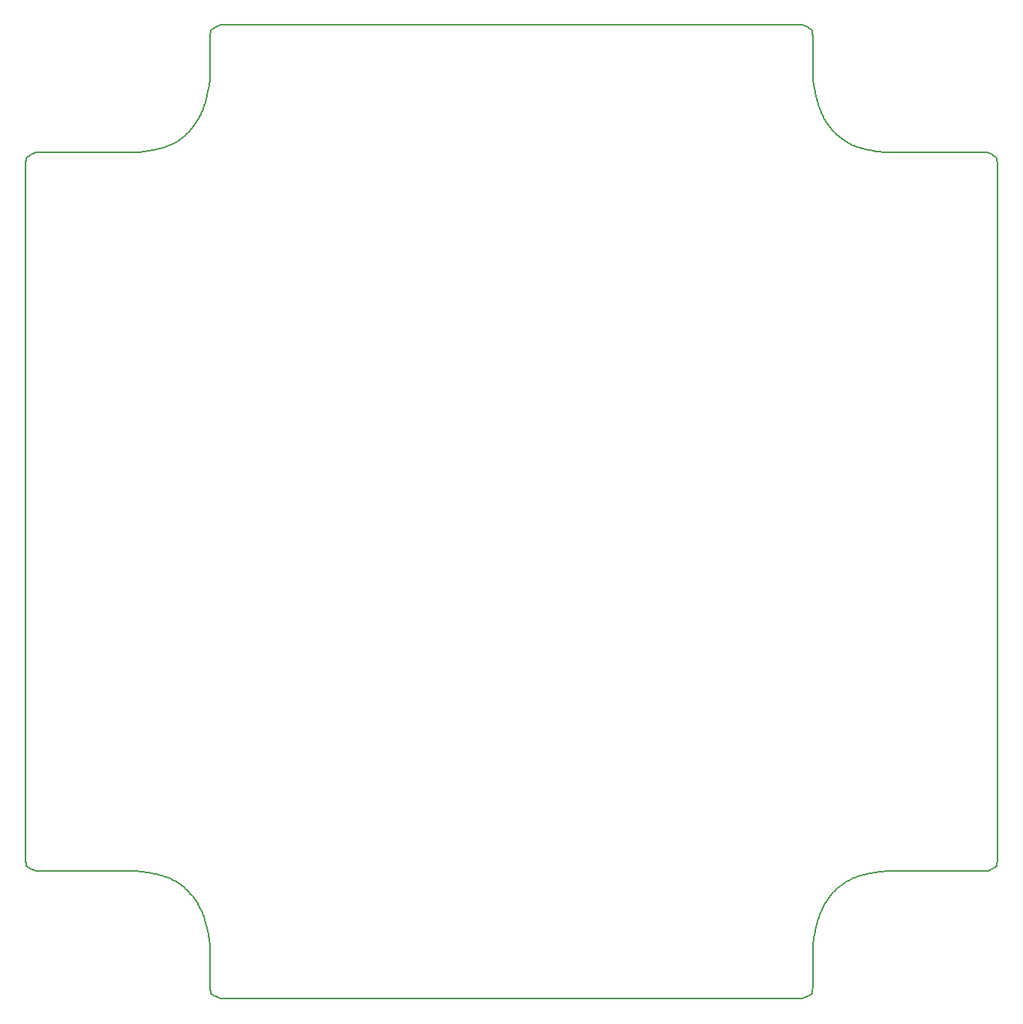
<source format=gbr>
G04 #@! TF.GenerationSoftware,KiCad,Pcbnew,(5.1.5)-2*
G04 #@! TF.CreationDate,2020-04-10T04:28:19+02:00*
G04 #@! TF.ProjectId,LightBoxNano,4c696768-7442-46f7-984e-616e6f2e6b69,rev?*
G04 #@! TF.SameCoordinates,Original*
G04 #@! TF.FileFunction,Profile,NP*
%FSLAX46Y46*%
G04 Gerber Fmt 4.6, Leading zero omitted, Abs format (unit mm)*
G04 Created by KiCad (PCBNEW (5.1.5)-2) date 2020-04-10 04:28:19*
%MOMM*%
%LPD*%
G04 APERTURE LIST*
%ADD10C,0.200000*%
G04 APERTURE END LIST*
D10*
X199102977Y-50229920D02*
X199067645Y-50016950D01*
X199067645Y-50016950D02*
X199062599Y-49986526D01*
X198656529Y-129639722D02*
X198819202Y-129518027D01*
X199102976Y-76374097D02*
X199102977Y-63302008D01*
X199102977Y-63302008D02*
X199102977Y-50229920D01*
X198493857Y-129761415D02*
X198656529Y-129639722D01*
X199102977Y-102518270D02*
X199102976Y-89446183D01*
X199102976Y-89446183D02*
X199102976Y-76374097D01*
X199102977Y-128662442D02*
X199102977Y-102518270D01*
X199102977Y-128662442D02*
X199102977Y-128662442D01*
X199062599Y-128907073D02*
X199092881Y-128723599D01*
X199092881Y-128723599D02*
X199102977Y-128662442D01*
X198981876Y-129396333D02*
X199014665Y-129197569D01*
X199014665Y-129197569D02*
X199022234Y-129151703D01*
X197882959Y-130005425D02*
X197882959Y-130005425D01*
X198290213Y-129842752D02*
X198493857Y-129761415D01*
X178243171Y-138176887D02*
X178243171Y-138176887D01*
X178243171Y-143179925D02*
X178243171Y-141512247D01*
X199022234Y-129151703D02*
X199058813Y-128930005D01*
X199058813Y-128930005D02*
X199062599Y-128907073D01*
X197882959Y-130005425D02*
X197882959Y-130005425D01*
X198819202Y-129518027D02*
X198981876Y-129396333D01*
X198086583Y-129924088D02*
X198252030Y-129858001D01*
X198252030Y-129858001D02*
X198290213Y-129842752D01*
X197882959Y-130005425D02*
X198035676Y-129944422D01*
X198035676Y-129944422D02*
X198086583Y-129924088D01*
X194060774Y-130005425D02*
X197882959Y-130005425D01*
X190238603Y-130005425D02*
X194060774Y-130005425D01*
X186416439Y-130005425D02*
X190238603Y-130005425D01*
X186416439Y-130005425D02*
X186416439Y-130005425D01*
X182278946Y-131039887D02*
X182416505Y-130968490D01*
X182416505Y-130968490D02*
X182553765Y-130901725D01*
X182553765Y-130901725D02*
X182692488Y-130838477D01*
X182692488Y-130838477D02*
X182832618Y-130778601D01*
X182832618Y-130778601D02*
X182985625Y-130717514D01*
X182985625Y-130717514D02*
X183134803Y-130661955D01*
X183134803Y-130661955D02*
X183283365Y-130610271D01*
X183283365Y-130610271D02*
X183440562Y-130559247D01*
X183440562Y-130559247D02*
X183595079Y-130512492D01*
X183595079Y-130512492D02*
X183751763Y-130468261D01*
X183751763Y-130468261D02*
X183912580Y-130425924D01*
X183912580Y-130425924D02*
X184074480Y-130386186D01*
X184074480Y-130386186D02*
X184241477Y-130347970D01*
X184241477Y-130347970D02*
X184413562Y-130311267D01*
X184413562Y-130311267D02*
X184586597Y-130276841D01*
X184586597Y-130276841D02*
X184760496Y-130244492D01*
X184760496Y-130244492D02*
X184931012Y-130214726D01*
X184931012Y-130214726D02*
X185105329Y-130186058D01*
X185105329Y-130186058D02*
X185282357Y-130158538D01*
X185282357Y-130158538D02*
X185456768Y-130132770D01*
X185456768Y-130132770D02*
X185650599Y-130105434D01*
X185650599Y-130105434D02*
X185827957Y-130081383D01*
X185827957Y-130081383D02*
X186005591Y-130057998D01*
X186005591Y-130057998D02*
X186185534Y-130034803D01*
X186185534Y-130034803D02*
X186382540Y-130009727D01*
X186382540Y-130009727D02*
X186416439Y-130005425D01*
X179398778Y-134054124D02*
X179468071Y-133922171D01*
X179468071Y-133922171D02*
X179540215Y-133791308D01*
X179540215Y-133791308D02*
X179614627Y-133662506D01*
X179614627Y-133662506D02*
X179691747Y-133534948D01*
X179691747Y-133534948D02*
X179769832Y-133411334D01*
X179769832Y-133411334D02*
X179849838Y-133289936D01*
X179849838Y-133289936D02*
X179931665Y-133170808D01*
X179931665Y-133170808D02*
X180021359Y-133045583D01*
X180021359Y-133045583D02*
X180111121Y-132925430D01*
X180111121Y-132925430D02*
X180203289Y-132807035D01*
X180203289Y-132807035D02*
X180295161Y-132693689D01*
X180295161Y-132693689D02*
X180387174Y-132584532D01*
X180387174Y-132584532D02*
X180481928Y-132476415D01*
X180481928Y-132476415D02*
X180578008Y-132370976D01*
X180578008Y-132370976D02*
X180675321Y-132268247D01*
X180675321Y-132268247D02*
X180775258Y-132166791D01*
X180775258Y-132166791D02*
X180893592Y-132051697D01*
X180893592Y-132051697D02*
X180999820Y-131952804D01*
X180999820Y-131952804D02*
X181111016Y-131853556D01*
X181111016Y-131853556D02*
X181220171Y-131760219D01*
X181220171Y-131760219D02*
X181332672Y-131668089D01*
X181332672Y-131668089D02*
X181446100Y-131579236D01*
X181446100Y-131579236D02*
X181561199Y-131493073D01*
X181561199Y-131493073D02*
X181681279Y-131407336D01*
X181681279Y-131407336D02*
X181800476Y-131326310D01*
X181800476Y-131326310D02*
X181922949Y-131247169D01*
X181922949Y-131247169D02*
X182046972Y-131171171D01*
X182046972Y-131171171D02*
X182177789Y-131095419D01*
X182177789Y-131095419D02*
X182278946Y-131039887D01*
X186416439Y-130005425D02*
X186416439Y-130005425D01*
X178243171Y-139844566D02*
X178243171Y-138176887D01*
X178243171Y-141512247D02*
X178243171Y-139844566D01*
X178243171Y-138176887D02*
X178273921Y-138002057D01*
X178273921Y-138002057D02*
X178305581Y-137823127D01*
X178305581Y-137823127D02*
X178336475Y-137650556D01*
X178336475Y-137650556D02*
X178370154Y-137465698D01*
X178370154Y-137465698D02*
X178402645Y-137291469D01*
X178402645Y-137291469D02*
X178435991Y-137117537D01*
X178435991Y-137117537D02*
X178470356Y-136943950D01*
X178470356Y-136943950D02*
X178507636Y-136762540D01*
X178507636Y-136762540D02*
X178543273Y-136596017D01*
X178543273Y-136596017D02*
X178583605Y-136415657D01*
X178583605Y-136415657D02*
X178622868Y-136248174D01*
X178622868Y-136248174D02*
X178663402Y-136083337D01*
X178663402Y-136083337D02*
X178705287Y-135921169D01*
X178705287Y-135921169D02*
X178750845Y-135753645D01*
X178750845Y-135753645D02*
X178796933Y-135592927D01*
X178796933Y-135592927D02*
X178845308Y-135432993D01*
X178845308Y-135432993D02*
X178894810Y-135277864D01*
X178894810Y-135277864D02*
X178945394Y-135127521D01*
X178945394Y-135127521D02*
X178998423Y-134978021D01*
X178998423Y-134978021D02*
X179053644Y-134830378D01*
X179053644Y-134830378D02*
X179110938Y-134685104D01*
X179110938Y-134685104D02*
X179170139Y-134542695D01*
X179170139Y-134542695D02*
X179231885Y-134401712D01*
X179231885Y-134401712D02*
X179297393Y-134259819D01*
X179297393Y-134259819D02*
X179363605Y-134123685D01*
X179363605Y-134123685D02*
X179398778Y-134054124D01*
X178243171Y-138176887D02*
X178243171Y-138176887D01*
X199022234Y-49743131D02*
X198981876Y-49499735D01*
X199062599Y-49986526D02*
X199032324Y-49803979D01*
X199032324Y-49803979D02*
X199022234Y-49743131D01*
X199102977Y-128662442D02*
X199102977Y-128662442D01*
X89769010Y-129639722D02*
X89932908Y-129761415D01*
X90338969Y-129924089D02*
X90542000Y-130005425D01*
X89361727Y-128907073D02*
X89401473Y-129151703D01*
X90542000Y-48890635D02*
X90338969Y-48972581D01*
X90135938Y-129842752D02*
X90338969Y-129924089D01*
X94364163Y-130005425D02*
X98186327Y-130005425D01*
X110179953Y-139844566D02*
X110179953Y-141512247D01*
X106089667Y-131041110D02*
X106221013Y-131112813D01*
X106221013Y-131112813D02*
X106348187Y-131186375D01*
X106348187Y-131186375D02*
X106474746Y-131263711D01*
X106474746Y-131263711D02*
X106597132Y-131342508D01*
X106597132Y-131342508D02*
X106717106Y-131423682D01*
X106717106Y-131423682D02*
X106834652Y-131507094D01*
X106834652Y-131507094D02*
X106951432Y-131593874D01*
X106951432Y-131593874D02*
X107067351Y-131684007D01*
X107067351Y-131684007D02*
X107180709Y-131776125D01*
X107180709Y-131776125D02*
X107290700Y-131869406D01*
X107290700Y-131869406D02*
X107406746Y-131972159D01*
X107406746Y-131972159D02*
X107512240Y-132069598D01*
X107512240Y-132069598D02*
X107616649Y-132169991D01*
X107616649Y-132169991D02*
X107718400Y-132271794D01*
X107718400Y-132271794D02*
X107817489Y-132374895D01*
X107817489Y-132374895D02*
X107913914Y-132479170D01*
X107913914Y-132479170D02*
X108011165Y-132588510D01*
X108011165Y-132588510D02*
X108103896Y-132696907D01*
X108103896Y-132696907D02*
X108199882Y-132813646D01*
X108199882Y-132813646D02*
X108291222Y-132929319D01*
X108291222Y-132929319D02*
X108378987Y-133044989D01*
X108378987Y-133044989D02*
X108463848Y-133161378D01*
X108463848Y-133161378D02*
X108546402Y-133279245D01*
X108546402Y-133279245D02*
X108627188Y-133399405D01*
X108627188Y-133399405D02*
X108710603Y-133528946D01*
X108710603Y-133528946D02*
X108788759Y-133655882D01*
X108788759Y-133655882D02*
X108863691Y-133783187D01*
X108863691Y-133783187D02*
X108937176Y-133913972D01*
X108937176Y-133913972D02*
X109008281Y-134046825D01*
X109008281Y-134046825D02*
X109034189Y-134096928D01*
X89321981Y-50229920D02*
X89321981Y-50229920D01*
X110179953Y-143179925D02*
X110179953Y-143179925D01*
X110301055Y-143789045D02*
X110463717Y-143910740D01*
X110179953Y-143179925D02*
X110220319Y-143382976D01*
X102008491Y-130005425D02*
X102008491Y-130005425D01*
X89605115Y-129518027D02*
X89769010Y-129639722D01*
X89401473Y-49743131D02*
X89361727Y-49986526D01*
X102008491Y-130005425D02*
X102008491Y-130005425D01*
X89441220Y-49499735D02*
X89401473Y-49743131D01*
X110260686Y-143586014D02*
X110301055Y-143789045D01*
X111196349Y-144318043D02*
X111349087Y-144379510D01*
X111349087Y-144379510D02*
X111400000Y-144400000D01*
X110179953Y-138176887D02*
X110179953Y-139844566D01*
X89321981Y-76374096D02*
X89321981Y-102518271D01*
X90542000Y-48890635D02*
X90542000Y-48890635D01*
X89932908Y-49136473D02*
X89769011Y-49257561D01*
X89321981Y-102518271D02*
X89321981Y-128662442D01*
X89361727Y-49986526D02*
X89321981Y-50229920D01*
X110179953Y-138176887D02*
X110179953Y-138176887D01*
X90542000Y-130005425D02*
X90542000Y-130005425D01*
X89321981Y-128662442D02*
X89321981Y-128662442D01*
X90135938Y-49054528D02*
X89932908Y-49136473D01*
X89321981Y-50229920D02*
X89321981Y-76374096D01*
X89605114Y-49378649D02*
X89441220Y-49499735D01*
X110789045Y-144154128D02*
X110992696Y-144236086D01*
X110179953Y-143179925D02*
X110179953Y-143179925D01*
X89321981Y-128662442D02*
X89321981Y-128662442D01*
X110626380Y-144032434D02*
X110789045Y-144154128D01*
X109034189Y-134096928D02*
X109101603Y-134231985D01*
X109101603Y-134231985D02*
X109167855Y-134371827D01*
X109167855Y-134371827D02*
X109230741Y-134511748D01*
X109230741Y-134511748D02*
X109290831Y-134652647D01*
X109290831Y-134652647D02*
X109351265Y-134802173D01*
X109351265Y-134802173D02*
X109407408Y-134948826D01*
X109407408Y-134948826D02*
X109460967Y-135096378D01*
X109460967Y-135096378D02*
X109513378Y-135248703D01*
X109513378Y-135248703D02*
X109564582Y-135405827D01*
X109564582Y-135405827D02*
X109611857Y-135558855D01*
X109611857Y-135558855D02*
X109659806Y-135722582D01*
X109659806Y-135722582D02*
X109704111Y-135882113D01*
X109704111Y-135882113D02*
X109746404Y-136042347D01*
X109746404Y-136042347D02*
X109786701Y-136202728D01*
X109786701Y-136202728D02*
X109826940Y-136370787D01*
X109826940Y-136370787D02*
X109865129Y-136537922D01*
X109865129Y-136537922D02*
X109901031Y-136702023D01*
X109901031Y-136702023D02*
X109937308Y-136874748D01*
X109937308Y-136874748D02*
X109971395Y-137043312D01*
X109971395Y-137043312D02*
X110004235Y-137211218D01*
X110004235Y-137211218D02*
X110036773Y-137382514D01*
X110036773Y-137382514D02*
X110070249Y-137563321D01*
X110070249Y-137563321D02*
X110101600Y-137736122D01*
X110101600Y-137736122D02*
X110132531Y-137909071D01*
X110132531Y-137909071D02*
X110166117Y-138098591D01*
X110166117Y-138098591D02*
X110179953Y-138176887D01*
X102008491Y-130005425D02*
X102200322Y-130031212D01*
X102200322Y-130031212D02*
X102379551Y-130055542D01*
X102379551Y-130055542D02*
X102562770Y-130080881D01*
X102562770Y-130080881D02*
X102745715Y-130106883D01*
X102745715Y-130106883D02*
X102928297Y-130133772D01*
X102928297Y-130133772D02*
X103102161Y-130160468D01*
X103102161Y-130160468D02*
X103281710Y-130189382D01*
X103281710Y-130189382D02*
X103455001Y-130218809D01*
X103455001Y-130218809D02*
X103626616Y-130249647D01*
X103626616Y-130249647D02*
X103798015Y-130282356D01*
X103798015Y-130282356D02*
X103968602Y-130317033D01*
X103968602Y-130317033D02*
X104133772Y-130352859D01*
X104133772Y-130352859D02*
X104299028Y-130391150D01*
X104299028Y-130391150D02*
X104461797Y-130431492D01*
X104461797Y-130431492D02*
X104628459Y-130475754D01*
X104628459Y-130475754D02*
X104790982Y-130522062D01*
X104790982Y-130522062D02*
X104947409Y-130569823D01*
X104947409Y-130569823D02*
X105098751Y-130619257D01*
X105098751Y-130619257D02*
X105248868Y-130671677D01*
X105248868Y-130671677D02*
X105397698Y-130727235D01*
X105397698Y-130727235D02*
X105541416Y-130784534D01*
X105541416Y-130784534D02*
X105683793Y-130845102D01*
X105683793Y-130845102D02*
X105822005Y-130907781D01*
X105822005Y-130907781D02*
X105956993Y-130972959D01*
X105956993Y-130972959D02*
X106089667Y-131041110D01*
X98186327Y-130005425D02*
X102008491Y-130005425D01*
X90542000Y-130005425D02*
X94364163Y-130005425D01*
X89401473Y-129151703D02*
X89441220Y-129396333D01*
X89932908Y-129761415D02*
X90135938Y-129842752D01*
X94364163Y-48890635D02*
X90542000Y-48890635D01*
X89769011Y-49257561D02*
X89646088Y-49348376D01*
X89646088Y-49348376D02*
X89605114Y-49378649D01*
X89321981Y-128662442D02*
X89361727Y-128907073D01*
X90542000Y-48890635D02*
X90542000Y-48890635D01*
X110992696Y-144236086D02*
X111196349Y-144318043D01*
X90338969Y-48972581D02*
X90135938Y-49054528D01*
X110179953Y-141512247D02*
X110179953Y-143179925D01*
X89441220Y-129396333D02*
X89605115Y-129518027D01*
X110463717Y-143910740D02*
X110626380Y-144032434D01*
X89321981Y-50229920D02*
X89321981Y-50229920D01*
X90542000Y-130005425D02*
X90542000Y-130005425D01*
X110220319Y-143382976D02*
X110260686Y-143586014D01*
X110179953Y-138176887D02*
X110179953Y-138176887D01*
X198493857Y-49136473D02*
X198341124Y-49075013D01*
X198341124Y-49075013D02*
X198290214Y-49054527D01*
X197882959Y-48890635D02*
X194060774Y-48890635D01*
X199102977Y-50229920D02*
X199102977Y-50229920D01*
X178243171Y-37383183D02*
X178243171Y-35716109D01*
X179398778Y-44841797D02*
X179331505Y-44707056D01*
X179331505Y-44707056D02*
X179267106Y-44571335D01*
X179267106Y-44571335D02*
X179203156Y-44429383D01*
X179203156Y-44429383D02*
X179142476Y-44287415D01*
X179142476Y-44287415D02*
X179082783Y-44140139D01*
X179082783Y-44140139D02*
X179025847Y-43991914D01*
X179025847Y-43991914D02*
X178971546Y-43842785D01*
X178971546Y-43842785D02*
X178919752Y-43692790D01*
X178919752Y-43692790D02*
X178869072Y-43537998D01*
X178869072Y-43537998D02*
X178821524Y-43384888D01*
X178821524Y-43384888D02*
X178774708Y-43226009D01*
X178774708Y-43226009D02*
X178730753Y-43068906D01*
X178730753Y-43068906D02*
X178687719Y-42907070D01*
X178687719Y-42907070D02*
X178646613Y-42744570D01*
X178646613Y-42744570D02*
X178607529Y-42582479D01*
X178607529Y-42582479D02*
X178569604Y-42417782D01*
X178569604Y-42417782D02*
X178533412Y-42253593D01*
X178533412Y-42253593D02*
X178497071Y-42081728D01*
X178497071Y-42081728D02*
X178462445Y-41911482D01*
X178462445Y-41911482D02*
X178429532Y-41743958D01*
X178429532Y-41743958D02*
X178396367Y-41569894D01*
X178396367Y-41569894D02*
X178363836Y-41394511D01*
X178363836Y-41394511D02*
X178332338Y-41220981D01*
X178332338Y-41220981D02*
X178301135Y-41046245D01*
X178301135Y-41046245D02*
X178270982Y-40875565D01*
X178270982Y-40875565D02*
X178243171Y-40717330D01*
X186416439Y-48890635D02*
X186416439Y-48890635D01*
X102008491Y-48890635D02*
X98186327Y-48890635D01*
X110179953Y-39050257D02*
X110179953Y-40717330D01*
X110789045Y-34741915D02*
X110626380Y-34863613D01*
X197882959Y-48890635D02*
X197882959Y-48890635D01*
X178243171Y-40717330D02*
X178243171Y-39050257D01*
X178243171Y-35716109D02*
X178243171Y-35716109D01*
X110179953Y-35716109D02*
X110179953Y-35716109D01*
X98186327Y-48890635D02*
X94364163Y-48890635D01*
X109033387Y-44799396D02*
X108964373Y-44930810D01*
X108964373Y-44930810D02*
X108893295Y-45059764D01*
X108893295Y-45059764D02*
X108820022Y-45186666D01*
X108820022Y-45186666D02*
X108743832Y-45312804D01*
X108743832Y-45312804D02*
X108665029Y-45437644D01*
X108665029Y-45437644D02*
X108583663Y-45561107D01*
X108583663Y-45561107D02*
X108499788Y-45683114D01*
X108499788Y-45683114D02*
X108415326Y-45801022D01*
X108415326Y-45801022D02*
X108329837Y-45915695D01*
X108329837Y-45915695D02*
X108242476Y-46028382D01*
X108242476Y-46028382D02*
X108152644Y-46139853D01*
X108152644Y-46139853D02*
X108061389Y-46248803D01*
X108061389Y-46248803D02*
X107966343Y-46357984D01*
X107966343Y-46357984D02*
X107870307Y-46464095D01*
X107870307Y-46464095D02*
X107771566Y-46569050D01*
X107771566Y-46569050D02*
X107670115Y-46672726D01*
X107670115Y-46672726D02*
X107567488Y-46773539D01*
X107567488Y-46773539D02*
X107462994Y-46872178D01*
X107462994Y-46872178D02*
X107357468Y-46967874D01*
X107357468Y-46967874D02*
X107249392Y-47061970D01*
X107249392Y-47061970D02*
X107132258Y-47159663D01*
X107132258Y-47159663D02*
X107019832Y-47249392D01*
X107019832Y-47249392D02*
X106904071Y-47337797D01*
X106904071Y-47337797D02*
X106788352Y-47422259D01*
X106788352Y-47422259D02*
X106670205Y-47504583D01*
X106670205Y-47504583D02*
X106548775Y-47585197D01*
X106548775Y-47585197D02*
X106425809Y-47662805D01*
X106425809Y-47662805D02*
X106300466Y-47737854D01*
X106300466Y-47737854D02*
X106170953Y-47811187D01*
X106170953Y-47811187D02*
X106089265Y-47855288D01*
X110179953Y-40717330D02*
X110179953Y-40717330D01*
X177431026Y-34659969D02*
X177227981Y-34578021D01*
X133274976Y-34496074D02*
X111400000Y-34496074D01*
X102008491Y-48890635D02*
X102008491Y-48890635D01*
X102008491Y-48890635D02*
X102008491Y-48890635D01*
X182278946Y-47856921D02*
X182149546Y-47785406D01*
X182149546Y-47785406D02*
X182022976Y-47711242D01*
X182022976Y-47711242D02*
X181897948Y-47633799D01*
X181897948Y-47633799D02*
X181775788Y-47554017D01*
X181775788Y-47554017D02*
X181656908Y-47472369D01*
X181656908Y-47472369D02*
X181540465Y-47388453D01*
X181540465Y-47388453D02*
X181426472Y-47302410D01*
X181426472Y-47302410D02*
X181312930Y-47212751D01*
X181312930Y-47212751D02*
X181201919Y-47121143D01*
X181201919Y-47121143D02*
X181092277Y-47026686D01*
X181092277Y-47026686D02*
X180981400Y-46926985D01*
X180981400Y-46926985D02*
X180875497Y-46827659D01*
X180875497Y-46827659D02*
X180772240Y-46726786D01*
X180772240Y-46726786D02*
X180672360Y-46625238D01*
X180672360Y-46625238D02*
X180575105Y-46522418D01*
X180575105Y-46522418D02*
X180479085Y-46416884D01*
X180479085Y-46416884D02*
X180384732Y-46309068D01*
X180384732Y-46309068D02*
X180293109Y-46200233D01*
X180293109Y-46200233D02*
X180203235Y-46089261D01*
X180203235Y-46089261D02*
X180113598Y-45974140D01*
X180113598Y-45974140D02*
X180027776Y-45859457D01*
X180027776Y-45859457D02*
X179943593Y-45742399D01*
X179943593Y-45742399D02*
X179860850Y-45622574D01*
X179860850Y-45622574D02*
X179778259Y-45497843D01*
X179778259Y-45497843D02*
X179699910Y-45374332D01*
X179699910Y-45374332D02*
X179623047Y-45247759D01*
X179623047Y-45247759D02*
X179548335Y-45119053D01*
X179548335Y-45119053D02*
X179474419Y-44985561D01*
X179474419Y-44985561D02*
X179405340Y-44854583D01*
X179405340Y-44854583D02*
X179398778Y-44841797D01*
X198086583Y-48972581D02*
X197882959Y-48890635D01*
X106089265Y-47855288D02*
X105955698Y-47923879D01*
X105955698Y-47923879D02*
X105817031Y-47990753D01*
X105817031Y-47990753D02*
X105673198Y-48055764D01*
X105673198Y-48055764D02*
X105529801Y-48116466D01*
X105529801Y-48116466D02*
X105385050Y-48173870D01*
X105385050Y-48173870D02*
X105237087Y-48228806D01*
X105237087Y-48228806D02*
X105088342Y-48280492D01*
X105088342Y-48280492D02*
X104935477Y-48330180D01*
X104935477Y-48330180D02*
X104781923Y-48376847D01*
X104781923Y-48376847D02*
X104617377Y-48423526D01*
X104617377Y-48423526D02*
X104450656Y-48467590D01*
X104450656Y-48467590D02*
X104284830Y-48508466D01*
X104284830Y-48508466D02*
X104119004Y-48546659D01*
X104119004Y-48546659D02*
X103948195Y-48583441D01*
X103948195Y-48583441D02*
X103769374Y-48619449D01*
X103769374Y-48619449D02*
X103600423Y-48651363D01*
X103600423Y-48651363D02*
X103423581Y-48682817D01*
X103423581Y-48682817D02*
X103250707Y-48711876D01*
X103250707Y-48711876D02*
X103075210Y-48739896D01*
X103075210Y-48739896D02*
X102901289Y-48766404D01*
X102901289Y-48766404D02*
X102712430Y-48794026D01*
X102712430Y-48794026D02*
X102531522Y-48819585D01*
X102531522Y-48819585D02*
X102354528Y-48843961D01*
X102354528Y-48843961D02*
X102161740Y-48870054D01*
X102161740Y-48870054D02*
X102008491Y-48890635D01*
X110179953Y-40717330D02*
X110149323Y-40890475D01*
X110149323Y-40890475D02*
X110117606Y-41068714D01*
X110117606Y-41068714D02*
X110085724Y-41245805D01*
X110085724Y-41245805D02*
X110053496Y-41421676D01*
X110053496Y-41421676D02*
X110019599Y-41602438D01*
X110019599Y-41602438D02*
X109986174Y-41775706D01*
X109986174Y-41775706D02*
X109952755Y-41943502D01*
X109952755Y-41943502D02*
X109918431Y-42109892D01*
X109918431Y-42109892D02*
X109879951Y-42289056D01*
X109879951Y-42289056D02*
X109843298Y-42452442D01*
X109843298Y-42452442D02*
X109803660Y-42621355D01*
X109803660Y-42621355D02*
X109761953Y-42790640D01*
X109761953Y-42790640D02*
X109720238Y-42951712D01*
X109720238Y-42951712D02*
X109676833Y-43111102D01*
X109676833Y-43111102D02*
X109631777Y-43268275D01*
X109631777Y-43268275D02*
X109583918Y-43426661D01*
X109583918Y-43426661D02*
X109535444Y-43578812D01*
X109535444Y-43578812D02*
X109484952Y-43729166D01*
X109484952Y-43729166D02*
X109432538Y-43877208D01*
X109432538Y-43877208D02*
X109377598Y-44024369D01*
X109377598Y-44024369D02*
X109316904Y-44178276D01*
X109316904Y-44178276D02*
X109258027Y-44319688D01*
X109258027Y-44319688D02*
X109196399Y-44460139D01*
X109196399Y-44460139D02*
X109132581Y-44598185D01*
X109132581Y-44598185D02*
X109066784Y-44733351D01*
X109066784Y-44733351D02*
X109033387Y-44799396D01*
X178164882Y-35310040D02*
X178125738Y-35107006D01*
X178243171Y-35716109D02*
X178204026Y-35513075D01*
X111400000Y-34496074D02*
X111400000Y-34496074D01*
X177227981Y-34578021D02*
X177024930Y-34496074D01*
X177961851Y-34985309D02*
X177797965Y-34863613D01*
X197882959Y-48890635D02*
X197882959Y-48890635D01*
X198981876Y-49499735D02*
X198819202Y-49378648D01*
X110179953Y-40717330D02*
X110179953Y-40717330D01*
X110179952Y-37383183D02*
X110179953Y-38216720D01*
X110179953Y-38216720D02*
X110179953Y-39050257D01*
X111400000Y-34496074D02*
X111400000Y-34496074D01*
X177024930Y-34496074D02*
X155149952Y-34496074D01*
X177634079Y-34741915D02*
X177481789Y-34680455D01*
X177481789Y-34680455D02*
X177431026Y-34659969D01*
X199102977Y-50229920D02*
X199102977Y-50229920D01*
X194060774Y-48890635D02*
X190238603Y-48890635D01*
X178204026Y-35513075D02*
X178164882Y-35310040D01*
X178243171Y-35716109D02*
X178243171Y-35716109D01*
X178243171Y-40717330D02*
X178243171Y-40717330D01*
X198290214Y-49054527D02*
X198137490Y-48993068D01*
X198137490Y-48993068D02*
X198086583Y-48972581D01*
X198819202Y-49378648D02*
X198656529Y-49257561D01*
X198656529Y-49257561D02*
X198493857Y-49136473D01*
X110179953Y-35716109D02*
X110179952Y-36549646D01*
X110179952Y-36549646D02*
X110179952Y-37383183D01*
X186416439Y-48890635D02*
X186238477Y-48868053D01*
X186238477Y-48868053D02*
X186052136Y-48844179D01*
X186052136Y-48844179D02*
X185870210Y-48820418D01*
X185870210Y-48820418D02*
X185684330Y-48795430D01*
X185684330Y-48795430D02*
X185500935Y-48769840D01*
X185500935Y-48769840D02*
X185322203Y-48743771D01*
X185322203Y-48743771D02*
X185146088Y-48716762D01*
X185146088Y-48716762D02*
X184972658Y-48688666D01*
X184972658Y-48688666D02*
X184793663Y-48657871D01*
X184793663Y-48657871D02*
X184623737Y-48626712D01*
X184623737Y-48626712D02*
X184451536Y-48592993D01*
X184451536Y-48592993D02*
X184279234Y-48556845D01*
X184279234Y-48556845D02*
X184110990Y-48518970D01*
X184110990Y-48518970D02*
X183948856Y-48479823D01*
X183948856Y-48479823D02*
X183787788Y-48438117D01*
X183787788Y-48438117D02*
X183627361Y-48393533D01*
X183627361Y-48393533D02*
X183472102Y-48347244D01*
X183472102Y-48347244D02*
X183315623Y-48297205D01*
X183315623Y-48297205D02*
X183159507Y-48243611D01*
X183159507Y-48243611D02*
X183011553Y-48189164D01*
X183011553Y-48189164D02*
X182866395Y-48132021D01*
X182866395Y-48132021D02*
X182722639Y-48071517D01*
X182722639Y-48071517D02*
X182583615Y-48009022D01*
X182583615Y-48009022D02*
X182446042Y-47943039D01*
X182446042Y-47943039D02*
X182310896Y-47873916D01*
X182310896Y-47873916D02*
X182278946Y-47856921D01*
X110179953Y-35716109D02*
X110179953Y-35716109D01*
X110220319Y-35513074D02*
X110184998Y-35690729D01*
X110184998Y-35690729D02*
X110179953Y-35716109D01*
X155149952Y-34496074D02*
X133274976Y-34496074D01*
X110260686Y-35310040D02*
X110220319Y-35513074D01*
X110301055Y-35107006D02*
X110260686Y-35310040D01*
X110992696Y-34659968D02*
X110789045Y-34741915D01*
X111196348Y-34578021D02*
X110992696Y-34659968D01*
X110463717Y-34985310D02*
X110301055Y-35107006D01*
X110626380Y-34863613D02*
X110463717Y-34985310D01*
X111400000Y-34496074D02*
X111196348Y-34578021D01*
X177024930Y-34496074D02*
X177024930Y-34496074D01*
X178125738Y-35107006D02*
X177961851Y-34985309D01*
X177024930Y-34496074D02*
X177024930Y-34496074D01*
X178243171Y-40717330D02*
X178243171Y-40717330D01*
X178243171Y-39050257D02*
X178243171Y-37383183D01*
X190238603Y-48890635D02*
X186416439Y-48890635D01*
X186416439Y-48890635D02*
X186416439Y-48890635D01*
X177797965Y-34863613D02*
X177675050Y-34772338D01*
X177675050Y-34772338D02*
X177634079Y-34741915D01*
X177961851Y-143910740D02*
X178125738Y-143789045D01*
X178204026Y-143382976D02*
X178243171Y-143179925D01*
X178125738Y-143789045D02*
X178164882Y-143586014D01*
X177797965Y-144032434D02*
X177961851Y-143910740D01*
X178243171Y-143179925D02*
X178243171Y-143179925D01*
X178243171Y-143179925D02*
X178243171Y-143179925D01*
X177024930Y-144400000D02*
X177024930Y-144400000D01*
X177024930Y-144400000D02*
X177024930Y-144400000D01*
X111400000Y-144400000D02*
X111400000Y-144400000D01*
X177634079Y-144154128D02*
X177797965Y-144032434D01*
X177431027Y-144236086D02*
X177634079Y-144154128D01*
X178164882Y-143586014D02*
X178204026Y-143382976D01*
X155149952Y-144400001D02*
X166087441Y-144400000D01*
X166087441Y-144400000D02*
X177024930Y-144400000D01*
X177227981Y-144318043D02*
X177431027Y-144236086D01*
X177024930Y-144400000D02*
X177227981Y-144318043D01*
X133274976Y-144400001D02*
X155149952Y-144400001D01*
X111400000Y-144400000D02*
X122337488Y-144400000D01*
X122337488Y-144400000D02*
X133274976Y-144400001D01*
X111400000Y-144400000D02*
X111400000Y-144400000D01*
M02*

</source>
